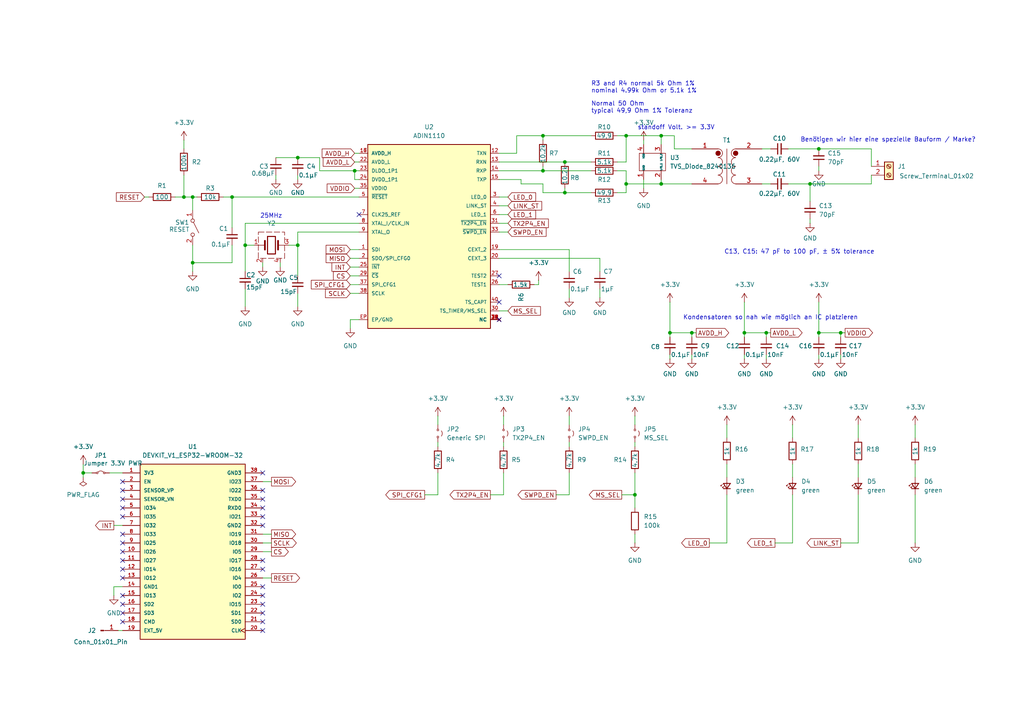
<source format=kicad_sch>
(kicad_sch (version 20250114) (generator "eeschema") (generator_version "9.0")
  (paper "A4")
  (title_block (title "Single Pair Ethernet mit ESP32") (date "2025-11-02") (rev "1.0"))
  (text "Kondensatoren so nah wie möglich an IC platzieren " (at 198.12 91.44 0) (effects (font (size 1.27 1.27)) (justify left top)))
  (text "Normal 50 Ohm 	\ntypical 49,9 Ohm 1% Toleranz" (at 171.45 29.464 0) (effects (font (size 1.27 1.27)) (justify left top)))
  (text "25MHz" (at 75.438 61.976 0) (effects (font (size 1.27 1.27)) (justify left top)))
  (text "R3 and R4 normal 5k Ohm 1%\nnominal 4.99k Ohm or 5.1k 1%" (at 171.45 23.622 0) (effects (font (size 1.27 1.27)) (justify left top)))
  (text "standoff Volt. >= 3.3V" (at 184.912 36.322 0) (effects (font (size 1.27 1.27)) (justify left top)))
  (text "Benötigen wir hier eine spezielle Bauform / Marke? " (at 232.156 39.878 0) (effects (font (size 1.27 1.27)) (justify left top)))
  (text "C13, C15: 47 pF to 100 pF, ± 5% tolerance" (at 210.058 72.39 0) (effects (font (size 1.27 1.27)) (justify left top)))
  (junction (at 163.83 55.88))
  (junction (at 55.88 57.15))
  (junction (at 71.12 71.12))
  (junction (at 24.13 137.16))
  (junction (at 181.61 39.37))
  (junction (at 55.88 76.2))
  (junction (at 200.66 96.52))
  (junction (at 191.77 39.37))
  (junction (at 215.9 96.52))
  (junction (at 86.36 45.72))
  (junction (at 237.49 96.52))
  (junction (at 222.25 96.52))
  (junction (at 243.84 96.52))
  (junction (at 163.83 46.99))
  (junction (at 157.48 39.37))
  (junction (at 184.15 143.51))
  (junction (at 53.34 57.15))
  (junction (at 67.31 57.15))
  (junction (at 181.61 53.34))
  (junction (at 157.48 49.53))
  (junction (at 102.87 49.53))
  (junction (at 234.95 53.34))
  (junction (at 237.49 43.18))
  (junction (at 86.36 71.12))
  (junction (at 191.77 53.34))
  (junction (at 194.31 96.52))
  (no_connect (at 35.56 154.94))
  (no_connect (at 76.2 152.4))
  (no_connect (at 35.56 160.02))
  (no_connect (at 76.2 177.8))
  (no_connect (at 104.14 62.23))
  (no_connect (at 35.56 165.1))
  (no_connect (at 35.56 144.78))
  (no_connect (at 76.2 149.86))
  (no_connect (at 35.56 139.7))
  (no_connect (at 76.2 137.16))
  (no_connect (at 76.2 182.88))
  (no_connect (at 76.2 144.78))
  (no_connect (at 35.56 180.34))
  (no_connect (at 76.2 180.34))
  (no_connect (at 76.2 142.24))
  (no_connect (at 35.56 162.56))
  (no_connect (at 35.56 172.72))
  (no_connect (at 144.78 80.01))
  (no_connect (at 144.78 92.71))
  (no_connect (at 35.56 149.86))
  (no_connect (at 35.56 147.32))
  (no_connect (at 76.2 162.56))
  (no_connect (at 76.2 170.18))
  (no_connect (at 35.56 142.24))
  (no_connect (at 35.56 167.64))
  (no_connect (at 76.2 165.1))
  (no_connect (at 76.2 147.32))
  (no_connect (at 35.56 157.48))
  (no_connect (at 76.2 172.72))
  (no_connect (at 35.56 177.8))
  (no_connect (at 144.78 87.63))
  (no_connect (at 76.2 175.26))
  (no_connect (at 35.56 175.26))
  (wire (pts (xy 171.45 55.88) (xy 163.83 55.88)))
  (wire (pts (xy 144.78 59.69) (xy 147.32 59.69)))
  (wire (pts (xy 71.12 71.12) (xy 73.66 71.12)))
  (wire (pts (xy 86.36 67.31) (xy 86.36 71.12)))
  (wire (pts (xy 234.95 63.5) (xy 234.95 64.77)))
  (wire (pts (xy 210.82 143.51) (xy 210.82 157.48)))
  (wire (pts (xy 101.6 82.55) (xy 104.14 82.55)))
  (wire (pts (xy 195.58 43.18) (xy 195.58 39.37)))
  (wire (pts (xy 144.78 64.77) (xy 147.32 64.77)))
  (wire (pts (xy 265.43 143.51) (xy 265.43 157.48)))
  (wire (pts (xy 127 128.27) (xy 127 129.54)))
  (wire (pts (xy 104.14 54.61) (xy 102.87 54.61)))
  (wire (pts (xy 67.31 66.04) (xy 67.31 57.15)))
  (wire (pts (xy 92.71 45.72) (xy 86.36 45.72)))
  (wire (pts (xy 173.99 83.82) (xy 173.99 86.36)))
  (wire (pts (xy 55.88 76.2) (xy 55.88 78.74)))
  (wire (pts (xy 101.6 85.09) (xy 104.14 85.09)))
  (wire (pts (xy 142.24 143.51) (xy 146.05 143.51)))
  (wire (pts (xy 179.07 46.99) (xy 181.61 46.99)))
  (wire (pts (xy 144.78 62.23) (xy 147.32 62.23)))
  (wire (pts (xy 86.36 50.8) (xy 86.36 52.07)))
  (wire (pts (xy 161.29 143.51) (xy 165.1 143.51)))
  (wire (pts (xy 191.77 39.37) (xy 195.58 39.37)))
  (wire (pts (xy 181.61 53.34) (xy 181.61 49.53)))
  (wire (pts (xy 181.61 39.37) (xy 191.77 39.37)))
  (wire (pts (xy 80.01 50.8) (xy 80.01 52.07)))
  (wire (pts (xy 184.15 137.16) (xy 184.15 143.51)))
  (wire (pts (xy 165.1 83.82) (xy 165.1 86.36)))
  (wire (pts (xy 237.49 102.87) (xy 237.49 104.14)))
  (wire (pts (xy 156.21 82.55) (xy 154.94 82.55)))
  (wire (pts (xy 229.87 157.48) (xy 224.79 157.48)))
  (wire (pts (xy 86.36 71.12) (xy 86.36 80.01)))
  (wire (pts (xy 101.6 72.39) (xy 104.14 72.39)))
  (wire (pts (xy 53.34 57.15) (xy 55.88 57.15)))
  (wire (pts (xy 181.61 39.37) (xy 179.07 39.37)))
  (wire (pts (xy 171.45 49.53) (xy 157.48 49.53)))
  (wire (pts (xy 102.87 46.99) (xy 104.14 46.99)))
  (wire (pts (xy 222.25 97.79) (xy 222.25 96.52)))
  (wire (pts (xy 76.2 167.64) (xy 78.74 167.64)))
  (wire (pts (xy 86.36 85.09) (xy 86.36 88.9)))
  (wire (pts (xy 33.02 152.4) (xy 35.56 152.4)))
  (wire (pts (xy 41.91 57.15) (xy 43.18 57.15)))
  (wire (pts (xy 210.82 157.48) (xy 205.74 157.48)))
  (wire (pts (xy 191.77 52.07) (xy 191.77 53.34)))
  (wire (pts (xy 147.32 90.17) (xy 144.78 90.17)))
  (wire (pts (xy 86.36 67.31) (xy 104.14 67.31)))
  (wire (pts (xy 102.87 49.53) (xy 104.14 49.53)))
  (wire (pts (xy 165.1 120.65) (xy 165.1 123.19)))
  (wire (pts (xy 101.6 92.71) (xy 104.14 92.71)))
  (wire (pts (xy 195.58 43.18) (xy 200.66 43.18)))
  (wire (pts (xy 215.9 102.87) (xy 215.9 104.14)))
  (wire (pts (xy 144.78 46.99) (xy 163.83 46.99)))
  (wire (pts (xy 165.1 137.16) (xy 165.1 143.51)))
  (wire (pts (xy 33.02 170.18) (xy 35.56 170.18)))
  (wire (pts (xy 67.31 76.2) (xy 55.88 76.2)))
  (wire (pts (xy 215.9 87.63) (xy 215.9 96.52)))
  (wire (pts (xy 184.15 128.27) (xy 184.15 129.54)))
  (wire (pts (xy 180.34 143.51) (xy 184.15 143.51)))
  (wire (pts (xy 71.12 64.77) (xy 71.12 71.12)))
  (wire (pts (xy 165.1 78.74) (xy 165.1 72.39)))
  (wire (pts (xy 76.2 157.48) (xy 78.74 157.48)))
  (wire (pts (xy 101.6 80.01) (xy 104.14 80.01)))
  (wire (pts (xy 76.2 76.2) (xy 76.2 77.47)))
  (wire (pts (xy 83.82 71.12) (xy 86.36 71.12)))
  (wire (pts (xy 53.34 50.8) (xy 53.34 57.15)))
  (wire (pts (xy 179.07 55.88) (xy 181.61 55.88)))
  (wire (pts (xy 102.87 52.07) (xy 102.87 49.53)))
  (wire (pts (xy 53.34 40.64) (xy 53.34 43.18)))
  (wire (pts (xy 222.25 102.87) (xy 222.25 104.14)))
  (wire (pts (xy 67.31 71.12) (xy 67.31 76.2)))
  (wire (pts (xy 24.13 137.16) (xy 24.13 138.43)))
  (wire (pts (xy 76.2 160.02) (xy 78.74 160.02)))
  (wire (pts (xy 248.92 157.48) (xy 243.84 157.48)))
  (wire (pts (xy 194.31 97.79) (xy 194.31 96.52)))
  (wire (pts (xy 123.19 143.51) (xy 127 143.51)))
  (wire (pts (xy 194.31 96.52) (xy 200.66 96.52)))
  (wire (pts (xy 146.05 120.65) (xy 146.05 123.19)))
  (wire (pts (xy 248.92 143.51) (xy 248.92 157.48)))
  (wire (pts (xy 229.87 134.62) (xy 229.87 138.43)))
  (wire (pts (xy 243.84 97.79) (xy 243.84 96.52)))
  (wire (pts (xy 144.78 57.15) (xy 147.32 57.15)))
  (wire (pts (xy 215.9 96.52) (xy 222.25 96.52)))
  (wire (pts (xy 31.75 137.16) (xy 35.56 137.16)))
  (wire (pts (xy 237.49 48.26) (xy 237.49 49.53)))
  (wire (pts (xy 24.13 134.62) (xy 24.13 137.16)))
  (wire (pts (xy 76.2 154.94) (xy 78.74 154.94)))
  (wire (pts (xy 71.12 71.12) (xy 71.12 78.74)))
  (wire (pts (xy 220.98 53.34) (xy 223.52 53.34)))
  (wire (pts (xy 50.8 57.15) (xy 53.34 57.15)))
  (wire (pts (xy 184.15 120.65) (xy 184.15 123.19)))
  (wire (pts (xy 157.48 39.37) (xy 171.45 39.37)))
  (wire (pts (xy 67.31 57.15) (xy 64.77 57.15)))
  (wire (pts (xy 237.49 97.79) (xy 237.49 96.52)))
  (wire (pts (xy 102.87 44.45) (xy 104.14 44.45)))
  (wire (pts (xy 173.99 78.74) (xy 173.99 74.93)))
  (wire (pts (xy 194.31 102.87) (xy 194.31 104.14)))
  (wire (pts (xy 191.77 39.37) (xy 191.77 41.91)))
  (wire (pts (xy 171.45 46.99) (xy 163.83 46.99)))
  (wire (pts (xy 144.78 82.55) (xy 147.32 82.55)))
  (wire (pts (xy 237.49 87.63) (xy 237.49 96.52)))
  (wire (pts (xy 144.78 49.53) (xy 157.48 49.53)))
  (wire (pts (xy 191.77 53.34) (xy 200.66 53.34)))
  (wire (pts (xy 163.83 54.61) (xy 163.83 55.88)))
  (wire (pts (xy 234.95 53.34) (xy 252.73 53.34)))
  (wire (pts (xy 157.48 55.88) (xy 157.48 53.34)))
  (wire (pts (xy 237.49 43.18) (xy 252.73 43.18)))
  (wire (pts (xy 243.84 96.52) (xy 245.11 96.52)))
  (wire (pts (xy 265.43 134.62) (xy 265.43 138.43)))
  (wire (pts (xy 146.05 128.27) (xy 146.05 129.54)))
  (wire (pts (xy 181.61 53.34) (xy 191.77 53.34)))
  (wire (pts (xy 229.87 143.51) (xy 229.87 157.48)))
  (wire (pts (xy 146.05 137.16) (xy 146.05 143.51)))
  (wire (pts (xy 234.95 53.34) (xy 234.95 58.42)))
  (wire (pts (xy 157.48 48.26) (xy 157.48 49.53)))
  (wire (pts (xy 181.61 55.88) (xy 181.61 53.34)))
  (wire (pts (xy 127 120.65) (xy 127 123.19)))
  (wire (pts (xy 33.02 172.72) (xy 33.02 170.18)))
  (wire (pts (xy 184.15 143.51) (xy 184.15 147.32)))
  (wire (pts (xy 210.82 123.19) (xy 210.82 127)))
  (wire (pts (xy 104.14 52.07) (xy 102.87 52.07)))
  (wire (pts (xy 163.83 55.88) (xy 157.48 55.88)))
  (wire (pts (xy 243.84 102.87) (xy 243.84 104.14)))
  (wire (pts (xy 144.78 67.31) (xy 147.32 67.31)))
  (wire (pts (xy 194.31 87.63) (xy 194.31 96.52)))
  (wire (pts (xy 215.9 97.79) (xy 215.9 96.52)))
  (wire (pts (xy 200.66 102.87) (xy 200.66 104.14)))
  (wire (pts (xy 55.88 57.15) (xy 55.88 60.96)))
  (wire (pts (xy 165.1 128.27) (xy 165.1 129.54)))
  (wire (pts (xy 92.71 49.53) (xy 92.71 45.72)))
  (wire (pts (xy 181.61 39.37) (xy 181.61 46.99)))
  (wire (pts (xy 222.25 96.52) (xy 223.52 96.52)))
  (wire (pts (xy 81.28 76.2) (xy 81.28 77.47)))
  (wire (pts (xy 165.1 72.39) (xy 144.78 72.39)))
  (wire (pts (xy 157.48 39.37) (xy 157.48 40.64)))
  (wire (pts (xy 101.6 92.71) (xy 101.6 95.25)))
  (wire (pts (xy 157.48 53.34) (xy 151.13 53.34)))
  (wire (pts (xy 220.98 43.18) (xy 223.52 43.18)))
  (wire (pts (xy 228.6 53.34) (xy 234.95 53.34)))
  (wire (pts (xy 101.6 74.93) (xy 104.14 74.93)))
  (wire (pts (xy 156.21 81.28) (xy 156.21 82.55)))
  (wire (pts (xy 200.66 97.79) (xy 200.66 96.52)))
  (wire (pts (xy 228.6 43.18) (xy 237.49 43.18)))
  (wire (pts (xy 186.69 40.64) (xy 186.69 41.91)))
  (wire (pts (xy 149.86 39.37) (xy 157.48 39.37)))
  (wire (pts (xy 24.13 137.16) (xy 26.67 137.16)))
  (wire (pts (xy 229.87 123.19) (xy 229.87 127)))
  (wire (pts (xy 55.88 57.15) (xy 57.15 57.15)))
  (wire (pts (xy 265.43 123.19) (xy 265.43 127)))
  (wire (pts (xy 67.31 57.15) (xy 104.14 57.15)))
  (wire (pts (xy 144.78 44.45) (xy 149.86 44.45)))
  (wire (pts (xy 151.13 53.34) (xy 151.13 52.07)))
  (wire (pts (xy 173.99 74.93) (xy 144.78 74.93)))
  (wire (pts (xy 237.49 96.52) (xy 243.84 96.52)))
  (wire (pts (xy 252.73 43.18) (xy 252.73 48.26)))
  (wire (pts (xy 179.07 49.53) (xy 181.61 49.53)))
  (wire (pts (xy 248.92 123.19) (xy 248.92 127)))
  (wire (pts (xy 184.15 154.94) (xy 184.15 157.48)))
  (wire (pts (xy 102.87 49.53) (xy 92.71 49.53)))
  (wire (pts (xy 104.14 64.77) (xy 71.12 64.77)))
  (wire (pts (xy 151.13 52.07) (xy 144.78 52.07)))
  (wire (pts (xy 210.82 134.62) (xy 210.82 138.43)))
  (wire (pts (xy 76.2 139.7) (xy 78.74 139.7)))
  (wire (pts (xy 71.12 83.82) (xy 71.12 88.9)))
  (wire (pts (xy 186.69 52.07) (xy 186.69 54.61)))
  (wire (pts (xy 248.92 134.62) (xy 248.92 138.43)))
  (wire (pts (xy 80.01 45.72) (xy 86.36 45.72)))
  (wire (pts (xy 127 137.16) (xy 127 143.51)))
  (wire (pts (xy 252.73 50.8) (xy 252.73 53.34)))
  (wire (pts (xy 200.66 96.52) (xy 201.93 96.52)))
  (wire (pts (xy 34.29 182.88) (xy 35.56 182.88)))
  (wire (pts (xy 55.88 71.12) (xy 55.88 76.2)))
  (wire (pts (xy 101.6 77.47) (xy 104.14 77.47)))
  (wire (pts (xy 149.86 44.45) (xy 149.86 39.37)))
  (global_label "VDDIO" (shape input) (at 102.87 54.61 180) (property "Intersheetrefs" "${INTERSHEET_REFS}" (effects (hide yes))))
  (global_label "LED_1" (shape output) (at 224.79 157.48 180) (property "Intersheetrefs" "${INTERSHEET_REFS}" (effects (hide yes))))
  (global_label "CS" (shape input) (at 101.6 80.01 180) (property "Intersheetrefs" "${INTERSHEET_REFS}" (effects (hide yes))))
  (global_label "LED_1" (shape input) (at 147.32 62.23 0) (property "Intersheetrefs" "${INTERSHEET_REFS}" (effects (hide yes))))
  (global_label "AVDD_H" (shape input) (at 102.87 44.45 180) (property "Intersheetrefs" "${INTERSHEET_REFS}" (effects (hide yes))))
  (global_label "SPI_CFG1" (shape input) (at 101.6 82.55 180) (property "Intersheetrefs" "${INTERSHEET_REFS}" (effects (hide yes))))
  (global_label "MOSI" (shape output) (at 78.74 139.7 0) (property "Intersheetrefs" "${INTERSHEET_REFS}" (effects (hide yes))))
  (global_label "MISO" (shape output) (at 78.74 154.94 0) (property "Intersheetrefs" "${INTERSHEET_REFS}" (effects (hide yes))))
  (global_label "SPI_CFG1" (shape output) (at 123.19 143.51 180) (property "Intersheetrefs" "${INTERSHEET_REFS}" (effects (hide yes))))
  (global_label "TX2P4_EN" (shape output) (at 142.24 143.51 180) (property "Intersheetrefs" "${INTERSHEET_REFS}" (effects (hide yes))))
  (global_label "INT" (shape input) (at 101.6 77.47 180) (property "Intersheetrefs" "${INTERSHEET_REFS}" (effects (hide yes))))
  (global_label "AVDD_L" (shape input) (at 102.87 46.99 180) (property "Intersheetrefs" "${INTERSHEET_REFS}" (effects (hide yes))))
  (global_label "LED_0" (shape input) (at 147.32 57.15 0) (property "Intersheetrefs" "${INTERSHEET_REFS}" (effects (hide yes))))
  (global_label "SCLK" (shape output) (at 78.74 157.48 0) (property "Intersheetrefs" "${INTERSHEET_REFS}" (effects (hide yes))))
  (global_label "MS_SEL" (shape input) (at 147.32 90.17 0) (property "Intersheetrefs" "${INTERSHEET_REFS}" (effects (hide yes))))
  (global_label "AVDD_L" (shape output) (at 223.52 96.52 0) (property "Intersheetrefs" "${INTERSHEET_REFS}" (effects (hide yes))))
  (global_label "SWPD_EN" (shape output) (at 161.29 143.51 180) (property "Intersheetrefs" "${INTERSHEET_REFS}" (effects (hide yes))))
  (global_label "CS" (shape output) (at 78.74 160.02 0) (property "Intersheetrefs" "${INTERSHEET_REFS}" (effects (hide yes))))
  (global_label "LINK_ST" (shape output) (at 243.84 157.48 180) (property "Intersheetrefs" "${INTERSHEET_REFS}" (effects (hide yes))))
  (global_label "LINK_ST" (shape input) (at 147.32 59.69 0) (property "Intersheetrefs" "${INTERSHEET_REFS}" (effects (hide yes))))
  (global_label "INT" (shape output) (at 33.02 152.4 180) (property "Intersheetrefs" "${INTERSHEET_REFS}" (effects (hide yes))))
  (global_label "MOSI" (shape input) (at 101.6 72.39 180) (property "Intersheetrefs" "${INTERSHEET_REFS}" (effects (hide yes))))
  (global_label "AVDD_H" (shape output) (at 201.93 96.52 0) (property "Intersheetrefs" "${INTERSHEET_REFS}" (effects (hide yes))))
  (global_label "SWPD_EN" (shape input) (at 147.32 67.31 0) (property "Intersheetrefs" "${INTERSHEET_REFS}" (effects (hide yes))))
  (global_label "SCLK" (shape input) (at 101.6 85.09 180) (property "Intersheetrefs" "${INTERSHEET_REFS}" (effects (hide yes))))
  (global_label "MISO" (shape input) (at 101.6 74.93 180) (property "Intersheetrefs" "${INTERSHEET_REFS}" (effects (hide yes))))
  (global_label "MS_SEL" (shape output) (at 180.34 143.51 180) (property "Intersheetrefs" "${INTERSHEET_REFS}" (effects (hide yes))))
  (global_label "RESET" (shape output) (at 78.74 167.64 0) (property "Intersheetrefs" "${INTERSHEET_REFS}" (effects (hide yes))))
  (global_label "LED_0" (shape output) (at 205.74 157.48 180) (property "Intersheetrefs" "${INTERSHEET_REFS}" (effects (hide yes))))
  (global_label "TX2P4_EN" (shape input) (at 147.32 64.77 0) (property "Intersheetrefs" "${INTERSHEET_REFS}" (effects (hide yes))))
  (global_label "RESET" (shape input) (at 41.91 57.15 180) (property "Intersheetrefs" "${INTERSHEET_REFS}" (effects (hide yes))))
  (global_label "VDDIO" (shape output) (at 245.11 96.52 0) (property "Intersheetrefs" "${INTERSHEET_REFS}" (effects (hide yes))))
  (symbol (lib_id "power:GND") (at 184.15 157.48 0) (unit 1)
    (property "Reference" "#PWR017" (effects (hide yes)))
    (property "Value" "GND" (at 184.15 162.56 0))
    (property "Description" "Power symbol creates a global label with name \"GND\" , ground" (effects (hide yes)))
  )
  (symbol (lib_id "power:GND") (at 186.69 54.61 0) (unit 1)
    (property "Reference" "#PWR018" (effects (hide yes)))
    (property "Value" "GND" (at 186.69 59.69 0))
    (property "Description" "Power symbol creates a global label with name \"GND\" , ground" (effects (hide yes)))
  )
  (symbol (lib_id "Device:C_Small") (at 86.36 48.26 0) (unit 1)
    (property "Reference" "C4" (at 88.9 48.26 0) (effects (justify left)))
    (property "Value" "0.1µF" (at 86.614 50.8 0) (effects (justify left)))
    (property "Footprint" "Capacitor_SMD:C_0805_2012Metric_Pad1.18x1.45mm_HandSolder" (effects (hide yes)))
    (property "Description" "Unpolarized capacitor, small symbol" (effects (hide yes)))
  )
  (symbol (lib_id "Device:R") (at 229.87 130.81 0) (unit 1)
    (property "Reference" "R17" (at 232.156 130.302 0) (effects (justify left)))
    (property "Value" "1k" (at 229.87 132.08 90) (effects (justify left)))
    (property "Footprint" "Resistor_SMD:R_0805_2012Metric_Pad1.20x1.40mm_HandSolder" (effects (hide yes)))
    (property "Description" "Resistor" (effects (hide yes)))
  )
  (symbol (lib_id "power:+3.3V") (at 194.31 87.63 0) (unit 1)
    (property "Reference" "#PWR020" (effects (hide yes)))
    (property "Value" "+3.3V" (at 194.31 82.55 0))
    (property "Description" "Power symbol creates a global label with name \"+3.3V\"" (effects (hide yes)))
  )
  (symbol (lib_id "power:GND") (at 80.01 52.07 0) (unit 1)
    (property "Reference" "#PWR06" (effects (hide yes)))
    (property "Value" "GND" (at 80.01 55.88 0))
    (property "Description" "Power symbol creates a global label with name \"GND\" , ground" (effects (hide yes)))
  )
  (symbol (lib_id "Device:R") (at 184.15 151.13 0) (unit 1)
    (property "Reference" "R15" (at 186.69 149.8599 0) (effects (justify left)))
    (property "Value" "100k" (at 186.69 152.3999 0) (effects (justify left)))
    (property "Footprint" "Resistor_SMD:R_0805_2012Metric_Pad1.20x1.40mm_HandSolder" (effects (hide yes)))
    (property "Description" "Resistor" (effects (hide yes)))
  )
  (symbol (lib_id "Crystal_Wurth_WE-XTAL:CFPX-180_830105863709") (at 78.74 71.12 0) (unit 1)
    (property "Reference" "Y2" (at 78.74 64.77 0))
    (property "Value" "CFPX-180_830105863709" (effects (hide yes)))
    (property "Footprint" "Crystal_SMD_Wurth:Y_Wurth_WE-XTAL_Quartz-CFPX-180" (effects (hide yes)))
    (property "Datasheet" "https://www.we-online.com/catalog/datasheet/830105863709.pdf?ki" (effects (hide yes)))
    (property "Description" "Quartz Crystal ED" (effects (hide yes)))
    (property "Manufacturer" "Wurth Elektronik" (effects (hide yes)))
    (property "Manufacturer URL" "https://www.we-online.com" (effects (hide yes)))
    (property "Published Date" "20250904" (effects (hide yes)))
    (property "Match Code" "WE-XTAL" (effects (hide yes)))
    (property "Part Number" "830105863709" (effects (hide yes)))
    (property "Size" "CFPX-180" (effects (hide yes)))
    (property "Mounting Technology" "SMT" (effects (hide yes)))
    (property "f" "25 MHz" (effects (hide yes)))
    (property "Application" "Processor, USB, 3G/4G/5G, Ethernet, Small Cell, PHY, PCI Express" (effects (hide yes)))
    (property "Tol. f" "±30ppm" (effects (hide yes)))
    (property "Stability (ppm)" "30.0" (effects (hide yes)))
    (property "Cload (pF)" "12" (effects (hide yes)))
    (property "Operating Temperature" "-40 °C up to +85 °C" (effects (hide yes)))
    (property "sym_type" "CryB1" (effects (hide yes)))
  )
  (symbol (lib_id "power:GND") (at 101.6 95.25 0) (unit 1)
    (property "Reference" "#PWR09" (effects (hide yes)))
    (property "Value" "GND" (at 101.6 100.33 0))
    (property "Description" "Power symbol creates a global label with name \"GND\" , ground" (effects (hide yes)))
  )
  (symbol (lib_id "Device:R") (at 248.92 130.81 0) (unit 1)
    (property "Reference" "R18" (at 251.206 130.302 0) (effects (justify left)))
    (property "Value" "1k" (at 248.92 132.08 90) (effects (justify left)))
    (property "Footprint" "Resistor_SMD:R_0805_2012Metric_Pad1.20x1.40mm_HandSolder" (effects (hide yes)))
    (property "Description" "Resistor" (effects (hide yes)))
  )
  (symbol (lib_id "Device:R") (at 184.15 133.35 0) (mirror y) (unit 1)
    (property "Reference" "R14" (at 181.864 133.35 0) (effects (justify left)))
    (property "Value" "4.7k" (at 184.15 135.636 90) (effects (justify left)))
    (property "Footprint" "Resistor_SMD:R_0805_2012Metric_Pad1.20x1.40mm_HandSolder" (effects (hide yes)))
    (property "Description" "Resistor" (effects (hide yes)))
  )
  (symbol (lib_id "power:+3.3V") (at 165.1 120.65 0) (unit 1)
    (property "Reference" "#PWR014" (effects (hide yes)))
    (property "Value" "+3.3V" (at 165.1 115.57 0))
    (property "Description" "Power symbol creates a global label with name \"+3.3V\"" (effects (hide yes)))
  )
  (symbol (lib_id "Device:C_Small") (at 237.49 45.72 180) (unit 1)
    (property "Reference" "C15" (at 240.03 44.4435 0) (effects (justify right)))
    (property "Value" "70pF" (at 240.03 46.9835 0) (effects (justify right)))
    (property "Footprint" "Capacitor_SMD:C_0805_2012Metric_Pad1.18x1.45mm_HandSolder" (effects (hide yes)))
    (property "Description" "Unpolarized capacitor, small symbol" (effects (hide yes)))
  )
  (symbol (lib_id "Device:R") (at 127 133.35 0) (unit 1)
    (property "Reference" "R4" (at 129.286 133.35 0) (effects (justify left)))
    (property "Value" "4.7k" (at 127 135.636 90) (effects (justify left)))
    (property "Footprint" "Resistor_SMD:R_0805_2012Metric_Pad1.20x1.40mm_HandSolder" (effects (hide yes)))
    (property "Description" "Resistor" (effects (hide yes)))
  )
  (symbol (lib_id "Device:C_Small") (at 194.31 100.33 0) (unit 1)
    (property "Reference" "C8" (at 188.722 100.584 0) (effects (justify left)))
    (property "Value" "0.1µF" (at 194.564 102.87 0) (effects (justify left)))
    (property "Footprint" "Capacitor_SMD:C_0805_2012Metric_Pad1.18x1.45mm_HandSolder" (effects (hide yes)))
    (property "Description" "Unpolarized capacitor, small symbol" (effects (hide yes)))
  )
  (symbol (lib_id "power:+3.3V") (at 248.92 123.19 0) (unit 1)
    (property "Reference" "#PWR033" (effects (hide yes)))
    (property "Value" "+3.3V" (at 248.92 118.11 0))
    (property "Description" "Power symbol creates a global label with name \"+3.3V\"" (effects (hide yes)))
  )
  (symbol (lib_id "Device:C_Small") (at 165.1 81.28 0) (unit 1)
    (property "Reference" "C6" (at 166.116 78.74 0) (effects (justify left)))
    (property "Value" "0.1µF" (at 165.354 83.82 0) (effects (justify left)))
    (property "Footprint" "Capacitor_SMD:C_0805_2012Metric_Pad1.18x1.45mm_HandSolder" (effects (hide yes)))
    (property "Description" "Unpolarized capacitor, small symbol" (effects (hide yes)))
  )
  (symbol (lib_id "Device:R") (at 146.05 133.35 0) (unit 1)
    (property "Reference" "R5" (at 148.336 133.35 0) (effects (justify left)))
    (property "Value" "4.7k" (at 146.05 135.636 90) (effects (justify left)))
    (property "Footprint" "Resistor_SMD:R_0805_2012Metric_Pad1.20x1.40mm_HandSolder" (effects (hide yes)))
    (property "Description" "Resistor" (effects (hide yes)))
  )
  (symbol (lib_id "power:+3.3V") (at 184.15 120.65 0) (unit 1)
    (property "Reference" "#PWR016" (effects (hide yes)))
    (property "Value" "+3.3V" (at 184.15 115.57 0))
    (property "Description" "Power symbol creates a global label with name \"+3.3V\"" (effects (hide yes)))
  )
  (symbol (lib_id "TVS_Diode:TVS_Diode_8240136") (at 185.42 46.99 0) (unit 1)
    (property "Reference" "U3" (at 194.31 45.7199 0) (effects (justify left)))
    (property "Value" "TVS_Diode_8240136" (at 194.31 48.2599 0) (effects (justify left)))
    (property "Footprint" "TVS_Diode:TVS_Diode_8240136" (effects (hide yes)))
    (property "Datasheet" "https://www.we-online.com/components/products/datasheet/8240136.pdf" (effects (hide yes)))
    (property "Description" "TVS Diode zum ESD Schutz der Datenleitung" (effects (hide yes)))
  )
  (symbol (lib_id "power:GND") (at 265.43 157.48 0) (unit 1)
    (property "Reference" "#PWR035" (effects (hide yes)))
    (property "Value" "GND" (at 265.43 162.56 0))
    (property "Description" "Power symbol creates a global label with name \"GND\" , ground" (effects (hide yes)))
  )
  (symbol (lib_id "power:+3.3V") (at 265.43 123.19 0) (unit 1)
    (property "Reference" "#PWR034" (effects (hide yes)))
    (property "Value" "+3.3V" (at 265.43 118.11 0))
    (property "Description" "Power symbol creates a global label with name \"+3.3V\"" (effects (hide yes)))
  )
  (symbol (lib_id "Jumper:Jumper_2_Small_Open") (at 127 125.73 270) (unit 1)
    (property "Reference" "JP2" (at 129.54 124.4599 90) (effects (justify left)))
    (property "Value" "Generic SPI" (at 129.54 126.9999 90) (effects (justify left)))
    (property "Footprint" "Connector_PinHeader_2.54mm:PinHeader_1x02_P2.54mm_Vertical" (effects (hide yes)))
    (property "Description" "Jumper, 2-pole, small symbol, open" (effects (hide yes)))
  )
  (symbol (lib_id "power:+3.3V") (at 229.87 123.19 0) (unit 1)
    (property "Reference" "#PWR028" (effects (hide yes)))
    (property "Value" "+3.3V" (at 229.87 118.11 0))
    (property "Description" "Power symbol creates a global label with name \"+3.3V\"" (effects (hide yes)))
  )
  (symbol (lib_id "power:GND") (at 194.31 104.14 0) (unit 1)
    (property "Reference" "#PWR021" (effects (hide yes)))
    (property "Value" "GND" (at 194.31 108.458 0))
    (property "Description" "Power symbol creates a global label with name \"GND\" , ground" (effects (hide yes)))
  )
  (symbol (lib_id "power:+3.3V") (at 237.49 87.63 0) (unit 1)
    (property "Reference" "#PWR030" (effects (hide yes)))
    (property "Value" "+3.3V" (at 237.49 82.55 0))
    (property "Description" "Power symbol creates a global label with name \"+3.3V\"" (effects (hide yes)))
  )
  (symbol (lib_id "power:GND") (at 222.25 104.14 0) (unit 1)
    (property "Reference" "#PWR027" (effects (hide yes)))
    (property "Value" "GND" (at 222.25 108.458 0))
    (property "Description" "Power symbol creates a global label with name \"GND\" , ground" (effects (hide yes)))
  )
  (symbol (lib_id "Device:C_Small") (at 86.36 82.55 0) (unit 1)
    (property "Reference" "C5" (at 83.82 80.518 0) (effects (justify left)))
    (property "Value" "15pF" (at 81.28 84.582 0) (effects (justify left)))
    (property "Footprint" "Capacitor_SMD:C_0805_2012Metric_Pad1.18x1.45mm_HandSolder" (effects (hide yes)))
    (property "Description" "Unpolarized capacitor, small symbol" (effects (hide yes)))
  )
  (symbol (lib_id "Device:R") (at 53.34 46.99 0) (unit 1)
    (property "Reference" "R2" (at 55.626 46.99 0) (effects (justify left)))
    (property "Value" "100k" (at 53.34 49.53 90) (effects (justify left)))
    (property "Footprint" "Resistor_SMD:R_0805_2012Metric_Pad1.20x1.40mm_HandSolder" (effects (hide yes)))
    (property "Description" "Resistor" (effects (hide yes)))
  )
  (symbol (lib_id "Device:LED_Small") (at 265.43 140.97 90) (unit 1)
    (property "Reference" "D6" (at 267.97 139.6364 90) (effects (justify right)))
    (property "Value" "green" (at 267.97 142.1764 90) (effects (justify right)))
    (property "Footprint" "LED_SMD:LED_0805_2012Metric_Pad1.15x1.40mm_HandSolder" (effects (hide yes)))
    (property "Description" "Light emitting diode, small symbol" (effects (hide yes)))
    (property "Sim.Pin" "1=K 2=A" (effects (hide yes)))
  )
  (symbol (lib_id "Device:C_Small") (at 222.25 100.33 0) (unit 1)
    (property "Reference" "C14" (at 225.044 100.33 0) (effects (justify left)))
    (property "Value" "10nF" (at 222.504 102.87 0) (effects (justify left)))
    (property "Footprint" "Capacitor_SMD:C_0805_2012Metric_Pad1.18x1.45mm_HandSolder" (effects (hide yes)))
    (property "Description" "Unpolarized capacitor, small symbol" (effects (hide yes)))
  )
  (symbol (lib_id "Device:R") (at 60.96 57.15 90) (unit 1)
    (property "Reference" "R3" (at 60.96 54.61 90))
    (property "Value" "10k" (at 60.96 57.15 90))
    (property "Footprint" "Resistor_SMD:R_0805_2012Metric_Pad1.20x1.40mm_HandSolder" (effects (hide yes)))
    (property "Description" "Resistor" (effects (hide yes)))
  )
  (symbol (lib_id "power:GND") (at 71.12 88.9 0) (unit 1)
    (property "Reference" "#PWR05" (effects (hide yes)))
    (property "Value" "GND" (at 71.12 93.98 0))
    (property "Description" "Power symbol creates a global label with name \"GND\" , ground" (effects (hide yes)))
  )
  (symbol (lib_id "power:GND") (at 234.95 64.77 0) (unit 1)
    (property "Reference" "#PWR026" (effects (hide yes)))
    (property "Value" "GND" (at 234.95 69.088 0))
    (property "Description" "Power symbol creates a global label with name \"GND\" , ground" (effects (hide yes)))
  )
  (symbol (lib_id "Device:R") (at 163.83 50.8 180) (unit 1)
    (property "Reference" "R8" (at 165.354 51.562 0) (effects (justify right)))
    (property "Value" "10.2k" (at 163.83 53.594 90) (effects (justify right)))
    (property "Footprint" "Resistor_SMD:R_0805_2012Metric_Pad1.20x1.40mm_HandSolder" (effects (hide yes)))
    (property "Description" "Resistor" (effects (hide yes)))
  )
  (symbol (lib_id "Jumper:Jumper_2_Small_Bridged") (at 29.21 137.16 0) (unit 1)
    (property "Reference" "JP1" (at 29.21 132.08 0))
    (property "Value" "Jumper 3.3V PWR" (at 32.766 134.366 0))
    (property "Footprint" "Connector_PinHeader_2.54mm:PinHeader_1x02_P2.54mm_Vertical" (effects (hide yes)))
    (property "Description" "Jumper, 2-pole, small symbol, bridged" (effects (hide yes)))
  )
  (symbol (lib_id "Device:R") (at 175.26 39.37 90) (unit 1)
    (property "Reference" "R10" (at 175.26 36.83 90))
    (property "Value" "49,9" (at 175.26 39.37 90))
    (property "Footprint" "Resistor_SMD:R_0805_2012Metric_Pad1.20x1.40mm_HandSolder" (effects (hide yes)))
    (property "Description" "Resistor" (effects (hide yes)))
  )
  (symbol (lib_id "power:+3.3V") (at 215.9 87.63 0) (unit 1)
    (property "Reference" "#PWR024" (effects (hide yes)))
    (property "Value" "+3.3V" (at 215.9 82.55 0))
    (property "Description" "Power symbol creates a global label with name \"+3.3V\"" (effects (hide yes)))
  )
  (symbol (lib_id "ADIN1110:ADIN1110") (at 124.46 69.85 0) (unit 1)
    (property "Reference" "U2" (at 124.46 36.83 0))
    (property "Value" "ADIN1110" (at 124.46 39.37 0))
    (property "Footprint" "ADIN1110:LFCSP-40" (effects (hide yes)))
    (property "MF" "Analog Devices" (effects (hide yes)))
    (property "Description_1" "ADI Robust, Industrial, Low Power 10BASE-T1L Ethernet MAC-PHY" (effects (hide yes)))
    (property "Package" "None" (effects (hide yes)))
    (property "Price" "None" (effects (hide yes)))
    (property "PROD_ID" "IC-16335" (effects (hide yes)))
    (property "SnapEDA_Link" "https://www.snapeda.com/parts/ADIN1110/Analog+Devices/view-part/?ref=snap" (effects (hide yes)))
    (property "MP" "ADIN1110" (effects (hide yes)))
    (property "Availability" "In Stock" (effects (hide yes)))
    (property "Check_prices" "https://www.snapeda.com/parts/ADIN1110/Analog+Devices/view-part/?ref=eda" (effects (hide yes)))
  )
  (symbol (lib_id "Device:C_Small") (at 80.01 48.26 0) (unit 1)
    (property "Reference" "C3" (at 75.184 48.26 0) (effects (justify left)))
    (property "Value" "0.68µF" (at 72.898 50.292 0) (effects (justify left)))
    (property "Footprint" "Capacitor_SMD:C_0805_2012Metric_Pad1.18x1.45mm_HandSolder" (effects (hide yes)))
    (property "Description" "Unpolarized capacitor, small symbol" (effects (hide yes)))
  )
  (symbol (lib_id "Jumper:Jumper_2_Small_Open") (at 184.15 125.73 270) (unit 1)
    (property "Reference" "JP5" (at 186.69 124.4599 90) (effects (justify left)))
    (property "Value" "MS_SEL" (at 186.69 126.9999 90) (effects (justify left)))
    (property "Footprint" "Connector_PinHeader_2.54mm:PinHeader_1x02_P2.54mm_Vertical" (effects (hide yes)))
    (property "Description" "Jumper, 2-pole, small symbol, open" (effects (hide yes)))
  )
  (symbol (lib_id "power:GND") (at 86.36 52.07 0) (unit 1)
    (property "Reference" "#PWR07" (effects (hide yes)))
    (property "Value" "GND" (at 86.36 55.88 0))
    (property "Description" "Power symbol creates a global label with name \"GND\" , ground" (effects (hide yes)))
  )
  (symbol (lib_id "power:+3.3V") (at 127 120.65 0) (unit 1)
    (property "Reference" "#PWR010" (effects (hide yes)))
    (property "Value" "+3.3V" (at 127 115.57 0))
    (property "Description" "Power symbol creates a global label with name \"+3.3V\"" (effects (hide yes)))
  )
  (symbol (lib_id "Switch:SW_SPST") (at 55.88 66.04 270) (unit 1)
    (property "Reference" "SW1" (at 50.8 64.516 90) (effects (justify left)))
    (property "Value" "RESET" (at 49.022 66.548 90) (effects (justify left)))
    (property "Footprint" "Button_Switch_THT:SW_PUSH_6mm" (effects (hide yes)))
    (property "Description" "Single Pole Single Throw (SPST) switch" (effects (hide yes)))
  )
  (symbol (lib_id "Device:LED_Small") (at 229.87 140.97 90) (unit 1)
    (property "Reference" "D4" (at 232.41 139.6364 90) (effects (justify right)))
    (property "Value" "green" (at 232.41 142.1764 90) (effects (justify right)))
    (property "Footprint" "LED_SMD:LED_0805_2012Metric_Pad1.15x1.40mm_HandSolder" (effects (hide yes)))
    (property "Description" "Light emitting diode, small symbol" (effects (hide yes)))
    (property "Sim.Pin" "1=K 2=A" (effects (hide yes)))
  )
  (symbol (lib_id "power:GND") (at 237.49 49.53 0) (unit 1)
    (property "Reference" "#PWR029" (effects (hide yes)))
    (property "Value" "GND" (at 237.49 53.34 0))
    (property "Description" "Power symbol creates a global label with name \"GND\" , ground" (effects (hide yes)))
  )
  (symbol (lib_id "power:GND") (at 215.9 104.14 0) (unit 1)
    (property "Reference" "#PWR025" (effects (hide yes)))
    (property "Value" "GND" (at 215.9 108.458 0))
    (property "Description" "Power symbol creates a global label with name \"GND\" , ground" (effects (hide yes)))
  )
  (symbol (lib_id "Device:C_Small") (at 226.06 53.34 90) (unit 1)
    (property "Reference" "C11" (at 226.06 50.546 90))
    (property "Value" "0.22µF, 60V" (at 226.06 56.134 90))
    (property "Footprint" "Capacitor_SMD:C_0805_2012Metric_Pad1.18x1.45mm_HandSolder" (effects (hide yes)))
    (property "Description" "Unpolarized capacitor, small symbol" (effects (hide yes)))
  )
  (symbol (lib_id "power:+3.3V") (at 186.69 40.64 0) (unit 1)
    (property "Reference" "#PWR019" (effects (hide yes)))
    (property "Value" "+3.3V" (at 186.69 35.56 0))
    (property "Description" "Power symbol creates a global label with name \"+3.3V\"" (effects (hide yes)))
  )
  (symbol (lib_id "Device:R") (at 175.26 46.99 90) (unit 1)
    (property "Reference" "R11" (at 175.26 44.45 90))
    (property "Value" "5.1k" (at 175.26 46.99 90))
    (property "Footprint" "Resistor_SMD:R_0805_2012Metric_Pad1.20x1.40mm_HandSolder" (effects (hide yes)))
    (property "Description" "Resistor" (effects (hide yes)))
  )
  (symbol (lib_id "Device:C_Small") (at 173.99 81.28 0) (unit 1)
    (property "Reference" "C7" (at 175.006 78.74 0) (effects (justify left)))
    (property "Value" "1µF" (at 174.244 83.82 0) (effects (justify left)))
    (property "Footprint" "Capacitor_SMD:C_0805_2012Metric_Pad1.18x1.45mm_HandSolder" (effects (hide yes)))
    (property "Description" "Unpolarized capacitor, small symbol" (effects (hide yes)))
  )
  (symbol (lib_id "power:GND") (at 81.28 77.47 0) (unit 1)
    (property "Reference" "#PWR037" (effects (hide yes)))
    (property "Value" "GND" (at 81.28 81.28 0))
    (property "Description" "Power symbol creates a global label with name \"GND\" , ground" (effects (hide yes)))
  )
  (symbol (lib_id "power:GND") (at 76.2 77.47 0) (unit 1)
    (property "Reference" "#PWR036" (effects (hide yes)))
    (property "Value" "GND" (at 76.2 81.534 0))
    (property "Description" "Power symbol creates a global label with name \"GND\" , ground" (effects (hide yes)))
  )
  (symbol (lib_id "Device:LED_Small") (at 248.92 140.97 90) (unit 1)
    (property "Reference" "D5" (at 251.46 139.6364 90) (effects (justify right)))
    (property "Value" "green" (at 251.46 142.1764 90) (effects (justify right)))
    (property "Footprint" "LED_SMD:LED_0805_2012Metric_Pad1.15x1.40mm_HandSolder" (effects (hide yes)))
    (property "Description" "Light emitting diode, small symbol" (effects (hide yes)))
    (property "Sim.Pin" "1=K 2=A" (effects (hide yes)))
  )
  (symbol (lib_id "power:GND") (at 55.88 78.74 0) (unit 1)
    (property "Reference" "#PWR04" (effects (hide yes)))
    (property "Value" "GND" (at 55.88 83.82 0))
    (property "Description" "Power symbol creates a global label with name \"GND\" , ground" (effects (hide yes)))
  )
  (symbol (lib_id "power:GND") (at 33.02 172.72 0) (unit 1)
    (property "Reference" "#PWR02" (effects (hide yes)))
    (property "Value" "GND" (at 33.02 177.8 0))
    (property "Description" "Power symbol creates a global label with name \"GND\" , ground" (effects (hide yes)))
  )
  (symbol (lib_id "Device:C_Small") (at 226.06 43.18 90) (unit 1)
    (property "Reference" "C10" (at 226.06 40.132 90))
    (property "Value" "0.22µF, 60V" (at 226.06 46.228 90))
    (property "Footprint" "Capacitor_SMD:C_0805_2012Metric_Pad1.18x1.45mm_HandSolder" (effects (hide yes)))
    (property "Description" "Unpolarized capacitor, small symbol" (effects (hide yes)))
  )
  (symbol (lib_id "Device:C_Small") (at 67.31 68.58 0) (unit 1)
    (property "Reference" "C1" (at 63.5 66.294 0) (effects (justify left)))
    (property "Value" "0.1µF" (at 61.214 70.866 0) (effects (justify left)))
    (property "Footprint" "Capacitor_SMD:C_0805_2012Metric_Pad1.18x1.45mm_HandSolder" (effects (hide yes)))
    (property "Description" "Unpolarized capacitor, small symbol" (effects (hide yes)))
  )
  (symbol (lib_id "Device:R") (at 151.13 82.55 270) (unit 1)
    (property "Reference" "R6" (at 151.13 84.836 0) (effects (justify left)))
    (property "Value" "1.5k" (at 148.844 82.55 90) (effects (justify left)))
    (property "Footprint" "Resistor_SMD:R_0805_2012Metric_Pad1.20x1.40mm_HandSolder" (effects (hide yes)))
    (property "Description" "Resistor" (effects (hide yes)))
  )
  (symbol (lib_id "power:+3.3V") (at 53.34 40.64 0) (unit 1)
    (property "Reference" "#PWR03" (effects (hide yes)))
    (property "Value" "+3.3V" (at 53.34 35.56 0))
    (property "Description" "Power symbol creates a global label with name \"+3.3V\"" (effects (hide yes)))
  )
  (symbol (lib_id "Device:R") (at 265.43 130.81 0) (unit 1)
    (property "Reference" "R19" (at 267.716 130.302 0) (effects (justify left)))
    (property "Value" "1k" (at 265.43 132.08 90) (effects (justify left)))
    (property "Footprint" "Resistor_SMD:R_0805_2012Metric_Pad1.20x1.40mm_HandSolder" (effects (hide yes)))
    (property "Description" "Resistor" (effects (hide yes)))
  )
  (symbol (lib_id "power:GND") (at 173.99 86.36 0) (unit 1)
    (property "Reference" "#PWR015" (effects (hide yes)))
    (property "Value" "GND" (at 173.99 90.678 0))
    (property "Description" "Power symbol creates a global label with name \"GND\" , ground" (effects (hide yes)))
  )
  (symbol (lib_id "Jumper:Jumper_2_Small_Open") (at 165.1 125.73 270) (unit 1)
    (property "Reference" "JP4" (at 167.64 124.4599 90) (effects (justify left)))
    (property "Value" "SWPD_EN" (at 167.64 126.9999 90) (effects (justify left)))
    (property "Footprint" "Connector_PinHeader_2.54mm:PinHeader_1x02_P2.54mm_Vertical" (effects (hide yes)))
    (property "Description" "Jumper, 2-pole, small symbol, open" (effects (hide yes)))
  )
  (symbol (lib_id "Device:R") (at 175.26 55.88 90) (unit 1)
    (property "Reference" "R13" (at 175.26 58.166 90))
    (property "Value" "49,9" (at 175.26 55.88 90))
    (property "Footprint" "Resistor_SMD:R_0805_2012Metric_Pad1.20x1.40mm_HandSolder" (effects (hide yes)))
    (property "Description" "Resistor" (effects (hide yes)))
  )
  (symbol (lib_id "power:+3.3V") (at 24.13 134.62 0) (unit 1)
    (property "Reference" "#PWR01" (effects (hide yes)))
    (property "Value" "+3.3V" (at 24.13 129.54 0))
    (property "Description" "Power symbol creates a global label with name \"+3.3V\"" (effects (hide yes)))
  )
  (symbol (lib_id "power:+3.3V") (at 210.82 123.19 0) (unit 1)
    (property "Reference" "#PWR023" (effects (hide yes)))
    (property "Value" "+3.3V" (at 210.82 118.11 0))
    (property "Description" "Power symbol creates a global label with name \"+3.3V\"" (effects (hide yes)))
  )
  (symbol (lib_id "Device:R") (at 46.99 57.15 90) (unit 1)
    (property "Reference" "R1" (at 46.99 53.848 90))
    (property "Value" "100" (at 46.99 57.15 90))
    (property "Footprint" "Resistor_SMD:R_0805_2012Metric_Pad1.20x1.40mm_HandSolder" (effects (hide yes)))
    (property "Description" "Resistor" (effects (hide yes)))
  )
  (symbol (lib_id "power:GND") (at 86.36 88.9 0) (unit 1)
    (property "Reference" "#PWR08" (effects (hide yes)))
    (property "Value" "GND" (at 86.36 93.98 0))
    (property "Description" "Power symbol creates a global label with name \"GND\" , ground" (effects (hide yes)))
  )
  (symbol (lib_id "Device:R") (at 157.48 44.45 180) (unit 1)
    (property "Reference" "R7" (at 159.258 44.45 0) (effects (justify right)))
    (property "Value" "10.2k" (at 157.48 47.244 90) (effects (justify right)))
    (property "Footprint" "Resistor_SMD:R_0805_2012Metric_Pad1.20x1.40mm_HandSolder" (effects (hide yes)))
    (property "Description" "Resistor" (effects (hide yes)))
  )
  (symbol (lib_id "Device:C_Small") (at 234.95 60.96 180) (unit 1)
    (property "Reference" "C13" (at 237.49 59.6835 0) (effects (justify right)))
    (property "Value" "70pF" (at 237.49 62.2235 0) (effects (justify right)))
    (property "Footprint" "Capacitor_SMD:C_0805_2012Metric_Pad1.18x1.45mm_HandSolder" (effects (hide yes)))
    (property "Description" "Unpolarized capacitor, small symbol" (effects (hide yes)))
  )
  (symbol (lib_id "Device:R") (at 210.82 130.81 0) (unit 1)
    (property "Reference" "R16" (at 213.106 130.302 0) (effects (justify left)))
    (property "Value" "1k" (at 210.82 132.08 90) (effects (justify left)))
    (property "Footprint" "Resistor_SMD:R_0805_2012Metric_Pad1.20x1.40mm_HandSolder" (effects (hide yes)))
    (property "Description" "Resistor" (effects (hide yes)))
  )
  (symbol (lib_id "power:GND") (at 200.66 104.14 0) (unit 1)
    (property "Reference" "#PWR022" (effects (hide yes)))
    (property "Value" "GND" (at 200.66 108.458 0))
    (property "Description" "Power symbol creates a global label with name \"GND\" , ground" (effects (hide yes)))
  )
  (symbol (lib_id "power:GND") (at 243.84 104.14 0) (unit 1)
    (property "Reference" "#PWR032" (effects (hide yes)))
    (property "Value" "GND" (at 243.84 108.458 0))
    (property "Description" "Power symbol creates a global label with name \"GND\" , ground" (effects (hide yes)))
  )
  (symbol (lib_id "Jumper:Jumper_2_Small_Open") (at 146.05 125.73 270) (unit 1)
    (property "Reference" "JP3" (at 148.59 124.4599 90) (effects (justify left)))
    (property "Value" "TX2P4_EN" (at 148.59 126.9999 90) (effects (justify left)))
    (property "Footprint" "Connector_PinHeader_2.54mm:PinHeader_1x02_P2.54mm_Vertical" (effects (hide yes)))
    (property "Description" "Jumper, 2-pole, small symbol, open" (effects (hide yes)))
  )
  (symbol (lib_id "Device:C_Small") (at 243.84 100.33 0) (unit 1)
    (property "Reference" "C17" (at 246.126 100.33 0) (effects (justify left)))
    (property "Value" "10nF" (at 244.094 102.87 0) (effects (justify left)))
    (property "Footprint" "Capacitor_SMD:C_0805_2012Metric_Pad1.18x1.45mm_HandSolder" (effects (hide yes)))
    (property "Description" "Unpolarized capacitor, small symbol" (effects (hide yes)))
  )
  (symbol (lib_id "Connector:Conn_01x01_Pin") (at 29.21 182.88 0) (unit 1)
    (property "Reference" "J2" (at 26.67 182.88 0))
    (property "Value" "Conn_01x01_Pin" (at 29.21 186.182 0))
    (property "Footprint" "Connector_PinHeader_2.54mm:PinHeader_1x01_P2.54mm_Vertical" (effects (hide yes)))
    (property "Description" "Generic connector, single row, 01x01, script generated" (effects (hide yes)))
  )
  (symbol (lib_id "power:PWR_FLAG") (at 24.13 138.43 180) (unit 1)
    (property "Reference" "#FLG01" (effects (hide yes)))
    (property "Value" "PWR_FLAG" (at 24.13 143.51 0))
    (property "Description" "Special symbol for telling ERC where power comes from" (effects (hide yes)))
  )
  (symbol (lib_id "Device:C_Small") (at 200.66 100.33 0) (unit 1)
    (property "Reference" "C9" (at 203.2 100.33 0) (effects (justify left)))
    (property "Value" "10nF" (at 200.914 102.87 0) (effects (justify left)))
    (property "Footprint" "Capacitor_SMD:C_0805_2012Metric_Pad1.18x1.45mm_HandSolder" (effects (hide yes)))
    (property "Description" "Unpolarized capacitor, small symbol" (effects (hide yes)))
  )
  (symbol (lib_id "power:GND") (at 237.49 104.14 0) (unit 1)
    (property "Reference" "#PWR031" (effects (hide yes)))
    (property "Value" "GND" (at 237.49 108.458 0))
    (property "Description" "Power symbol creates a global label with name \"GND\" , ground" (effects (hide yes)))
  )
  (symbol (lib_id "power:GND") (at 165.1 86.36 0) (unit 1)
    (property "Reference" "#PWR013" (effects (hide yes)))
    (property "Value" "GND" (at 165.1 90.678 0))
    (property "Description" "Power symbol creates a global label with name \"GND\" , ground" (effects (hide yes)))
  )
  (symbol (lib_id "Device:C_Small") (at 215.9 100.33 0) (unit 1)
    (property "Reference" "C12" (at 210.566 100.33 0) (effects (justify left)))
    (property "Value" "0.1µF" (at 216.154 102.87 0) (effects (justify left)))
    (property "Footprint" "Capacitor_SMD:C_0805_2012Metric_Pad1.18x1.45mm_HandSolder" (effects (hide yes)))
    (property "Description" "Unpolarized capacitor, small symbol" (effects (hide yes)))
  )
  (symbol (lib_id "Device:LED_Small") (at 210.82 140.97 90) (unit 1)
    (property "Reference" "D3" (at 213.36 139.6364 90) (effects (justify right)))
    (property "Value" "green" (at 213.36 142.1764 90) (effects (justify right)))
    (property "Footprint" "LED_SMD:LED_0805_2012Metric_Pad1.15x1.40mm_HandSolder" (effects (hide yes)))
    (property "Description" "Light emitting diode, small symbol" (effects (hide yes)))
    (property "Sim.Pin" "1=K 2=A" (effects (hide yes)))
  )
  (symbol (lib_id "DEVKIT_V1_ESP32-WROOM-32:DEVKIT_V1_ESP32-WROOM-32") (at 55.88 160.02 0) (unit 1)
    (property "Reference" "U1" (at 55.88 129.54 0))
    (property "Value" "DEVKIT_V1_ESP32-WROOM-32" (at 55.88 132.08 0))
    (property "Footprint" "DEVKIT_V1_ESP32-WROOM-32:MODULE_DEVKIT_V1_ESP32-WROOM-32" (effects (hide yes)))
    (property "MF" "Espressif Systems" (effects (hide yes)))
    (property "Description_1" "WROOM-32 Development Board ESP32 ESP-32S WiFi Bluetooth Dev Module" (effects (hide yes)))
    (property "Package" "Package" (effects (hide yes)))
    (property "Price" "None" (effects (hide yes)))
    (property "Check_prices" "https://www.snapeda.com/parts/DEVKIT%20V1%20ESP32-WROOM-32/Espressif+Systems/view-part/?ref=eda" (effects (hide yes)))
    (property "STANDARD" "Manufacturer Recommendations" (effects (hide yes)))
    (property "PARTREV" "N/A" (effects (hide yes)))
    (property "SnapEDA_Link" "https://www.snapeda.com/parts/DEVKIT%20V1%20ESP32-WROOM-32/Espressif+Systems/view-part/?ref=snap" (effects (hide yes)))
    (property "MP" "DEVKIT V1 ESP32-WROOM-32" (effects (hide yes)))
    (property "Availability" "Not in stock" (effects (hide yes)))
    (property "MANUFACTURER" "Espressif Systems" (effects (hide yes)))
  )
  (symbol (lib_id "Device:R") (at 165.1 133.35 0) (unit 1)
    (property "Reference" "R9" (at 167.386 133.35 0) (effects (justify left)))
    (property "Value" "4.7k" (at 165.1 135.636 90) (effects (justify left)))
    (property "Footprint" "Resistor_SMD:R_0805_2012Metric_Pad1.20x1.40mm_HandSolder" (effects (hide yes)))
    (property "Description" "Resistor" (effects (hide yes)))
  )
  (symbol (lib_id "Device:C_Small") (at 71.12 81.28 0) (unit 1)
    (property "Reference" "C2" (at 71.374 79.756 0) (effects (justify left)))
    (property "Value" "15pF" (at 71.374 83.312 0) (effects (justify left)))
    (property "Footprint" "Capacitor_SMD:C_0805_2012Metric_Pad1.18x1.45mm_HandSolder" (effects (hide yes)))
    (property "Description" "Unpolarized capacitor, small symbol" (effects (hide yes)))
  )
  (symbol (lib_id "Transformer_Wurth_WE-SPE:749070010") (at 210.82 48.26 0) (unit 1)
    (property "Reference" "T1" (at 210.82 40.64 0))
    (property "Value" "749070010" (effects (hide yes)))
    (property "Footprint" "Transformer_SMD_Wurth:T_Wurth_WE-SPE_749070010" (effects (hide yes)))
    (property "Datasheet" "https://www.we-online.com/catalog/datasheet/749070010.pdf?ki" (effects (hide yes)))
    (property "Description" "Single Pair Ethernet" (effects (hide yes)))
    (property "Manufacturer" "Wurth Elektronik" (effects (hide yes)))
    (property "Manufacturer URL" "https://www.we-online.com" (effects (hide yes)))
    (property "Published Date" "20250904" (effects (hide yes)))
    (property "Match Code" "WE-SPE" (effects (hide yes)))
    (property "Part Number" "749070010" (effects (hide yes)))
    (property "Mounting Technology" "SMT" (effects (hide yes)))
    (property "VT (V (DC))" "2250" (effects (hide yes)))
    (property "Pins (pcs)" "4" (effects (hide yes)))
    (property "L (mH)" "2.2" (effects (hide yes)))
    (property "CWW 1 (pF)" "18" (effects (hide yes)))
  )
  (symbol (lib_id "Device:C_Small") (at 237.49 100.33 0) (unit 1)
    (property "Reference" "C16" (at 231.648 100.33 0) (effects (justify left)))
    (property "Value" "0.1µF" (at 237.744 102.87 0) (effects (justify left)))
    (property "Footprint" "Capacitor_SMD:C_0805_2012Metric_Pad1.18x1.45mm_HandSolder" (effects (hide yes)))
    (property "Description" "Unpolarized capacitor, small symbol" (effects (hide yes)))
  )
  (symbol (lib_id "power:+3.3V") (at 146.05 120.65 0) (unit 1)
    (property "Reference" "#PWR011" (effects (hide yes)))
    (property "Value" "+3.3V" (at 146.05 115.57 0))
    (property "Description" "Power symbol creates a global label with name \"+3.3V\"" (effects (hide yes)))
  )
  (symbol (lib_id "power:+3.3V") (at 156.21 81.28 0) (unit 1)
    (property "Reference" "#PWR012" (effects (hide yes)))
    (property "Value" "+3.3V" (at 156.21 76.2 0))
    (property "Description" "Power symbol creates a global label with name \"+3.3V\"" (effects (hide yes)))
  )
  (symbol (lib_id "Connector:Screw_Terminal_01x02") (at 257.81 48.26 0) (unit 1)
    (property "Reference" "J1" (at 260.35 48.2599 0) (effects (justify left)))
    (property "Value" "Screw_Terminal_01x02" (at 260.858 51.054 0) (effects (justify left)))
    (property "Footprint" "TerminalBlock_Phoenix:TerminalBlock_Phoenix_MPT-0,5-2-2.54_1x02_P2.54mm_Horizontal" (effects (hide yes)))
    (property "Description" "Generic screw terminal, single row, 01x02, script generated (kicad-library-utils/schlib/autogen/connector/)" (effects (hide yes)))
  )
  (symbol (lib_id "Device:R") (at 175.26 49.53 90) (unit 1)
    (property "Reference" "R12" (at 175.26 52.07 90))
    (property "Value" "5.1k" (at 175.26 49.53 90))
    (property "Footprint" "Resistor_SMD:R_0805_2012Metric_Pad1.20x1.40mm_HandSolder" (effects (hide yes)))
    (property "Description" "Resistor" (effects (hide yes)))
  )
)
</source>
